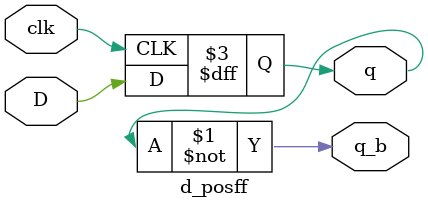
<source format=v>
`timescale 1ns/1ps
module d_posff (
    input D,clk,
    output reg q,
    output q_b
);

assign q_b=~q;
always @(posedge clk)
begin
   q=D;
end


    
endmodule
</source>
